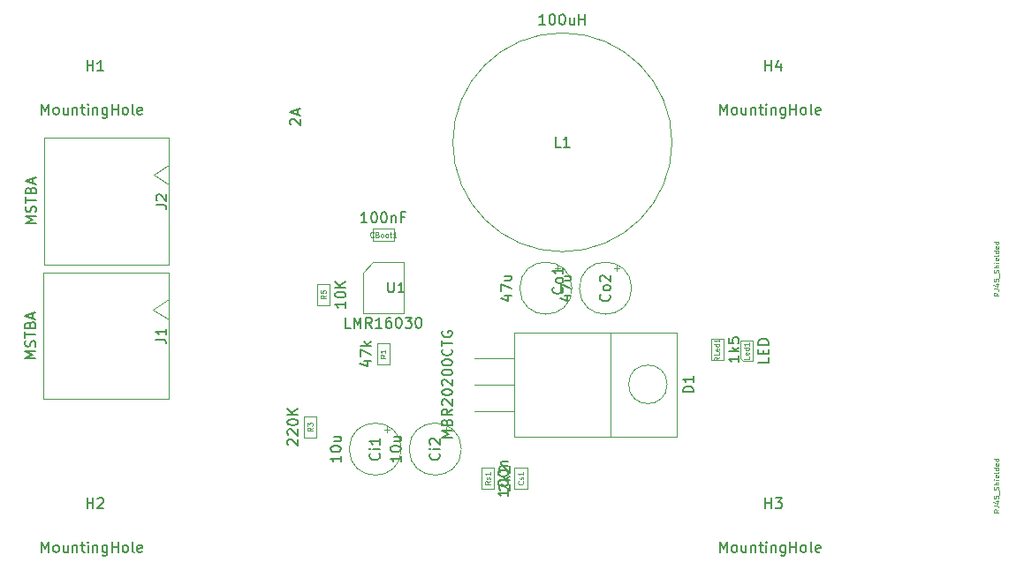
<source format=gbr>
G04 #@! TF.GenerationSoftware,KiCad,Pcbnew,5.1.4-e60b266~84~ubuntu18.04.1*
G04 #@! TF.CreationDate,2019-10-29T18:19:43-03:00*
G04 #@! TF.ProjectId,fonte_18V,666f6e74-655f-4313-9856-2e6b69636164,rev?*
G04 #@! TF.SameCoordinates,Original*
G04 #@! TF.FileFunction,Other,Fab,Top*
%FSLAX46Y46*%
G04 Gerber Fmt 4.6, Leading zero omitted, Abs format (unit mm)*
G04 Created by KiCad (PCBNEW 5.1.4-e60b266~84~ubuntu18.04.1) date 2019-10-29 18:19:43*
%MOMM*%
%LPD*%
G04 APERTURE LIST*
%ADD10C,0.100000*%
%ADD11C,0.150000*%
%ADD12C,0.080000*%
G04 APERTURE END LIST*
D10*
X119970000Y-159815000D02*
X120945000Y-158840000D01*
X119970000Y-163740000D02*
X119970000Y-159815000D01*
X123870000Y-163740000D02*
X119970000Y-163740000D01*
X123870000Y-158840000D02*
X123870000Y-163740000D01*
X120945000Y-158840000D02*
X123870000Y-158840000D01*
X132530000Y-178565000D02*
X132530000Y-180565000D01*
X131330000Y-178565000D02*
X132530000Y-178565000D01*
X131330000Y-180565000D02*
X131330000Y-178565000D01*
X132530000Y-180565000D02*
X131330000Y-180565000D01*
X154510000Y-166210000D02*
X154510000Y-168210000D01*
X153310000Y-166210000D02*
X154510000Y-166210000D01*
X153310000Y-168210000D02*
X153310000Y-166210000D01*
X154510000Y-168210000D02*
X153310000Y-168210000D01*
X116805000Y-160925000D02*
X116805000Y-162925000D01*
X115605000Y-160925000D02*
X116805000Y-160925000D01*
X115605000Y-162925000D02*
X115605000Y-160925000D01*
X116805000Y-162925000D02*
X115605000Y-162925000D01*
X114335000Y-175625000D02*
X114335000Y-173625000D01*
X115535000Y-175625000D02*
X114335000Y-175625000D01*
X115535000Y-173625000D02*
X115535000Y-175625000D01*
X114335000Y-173625000D02*
X115535000Y-173625000D01*
X121320000Y-168640000D02*
X121320000Y-166640000D01*
X122520000Y-168640000D02*
X121320000Y-168640000D01*
X122520000Y-166640000D02*
X122520000Y-168640000D01*
X121320000Y-166640000D02*
X122520000Y-166640000D01*
X157340000Y-166330000D02*
X156140000Y-166330000D01*
X157340000Y-168330000D02*
X157340000Y-166330000D01*
X156440000Y-168330000D02*
X157340000Y-168330000D01*
X156140000Y-168030000D02*
X156440000Y-168330000D01*
X156140000Y-166330000D02*
X156140000Y-168030000D01*
X149590000Y-147320000D02*
G75*
G03X149590000Y-147320000I-10500000J0D01*
G01*
X99900000Y-150450000D02*
X101400000Y-149500000D01*
X101400000Y-151400000D02*
X99900000Y-150450000D01*
X101400000Y-159070000D02*
X101400000Y-146910000D01*
X89400000Y-159070000D02*
X101400000Y-159070000D01*
X89400000Y-146910000D02*
X89400000Y-159070000D01*
X101400000Y-146910000D02*
X89400000Y-146910000D01*
X99855000Y-163355000D02*
X101355000Y-162405000D01*
X101355000Y-164305000D02*
X99855000Y-163355000D01*
X101355000Y-171975000D02*
X101355000Y-159815000D01*
X89355000Y-171975000D02*
X101355000Y-171975000D01*
X89355000Y-159815000D02*
X89355000Y-171975000D01*
X101355000Y-159815000D02*
X89355000Y-159815000D01*
X134505000Y-180565000D02*
X134505000Y-178565000D01*
X135705000Y-180565000D02*
X134505000Y-180565000D01*
X135705000Y-178565000D02*
X135705000Y-180565000D01*
X134505000Y-178565000D02*
X135705000Y-178565000D01*
X144557500Y-159436395D02*
X144057500Y-159436395D01*
X144307500Y-159186395D02*
X144307500Y-159686395D01*
X145720000Y-161320000D02*
G75*
G03X145720000Y-161320000I-2500000J0D01*
G01*
X138842500Y-159436395D02*
X138342500Y-159436395D01*
X138592500Y-159186395D02*
X138592500Y-159686395D01*
X140005000Y-161320000D02*
G75*
G03X140005000Y-161320000I-2500000J0D01*
G01*
X128237500Y-174880395D02*
X127737500Y-174880395D01*
X127987500Y-174630395D02*
X127987500Y-175130395D01*
X129400000Y-176764000D02*
G75*
G03X129400000Y-176764000I-2500000J0D01*
G01*
X122495500Y-174880395D02*
X121995500Y-174880395D01*
X122245500Y-174630395D02*
X122245500Y-175130395D01*
X123658000Y-176764000D02*
G75*
G03X123658000Y-176764000I-2500000J0D01*
G01*
X120920000Y-155610000D02*
X122920000Y-155610000D01*
X120920000Y-156810000D02*
X120920000Y-155610000D01*
X122920000Y-156810000D02*
X120920000Y-156810000D01*
X122920000Y-155610000D02*
X122920000Y-156810000D01*
X134430000Y-173090000D02*
X130620000Y-173090000D01*
X134430000Y-170550000D02*
X130620000Y-170550000D01*
X134430000Y-168010000D02*
X130620000Y-168010000D01*
X134430000Y-175550000D02*
X134430000Y-165550000D01*
X143680000Y-175550000D02*
X134430000Y-175550000D01*
X143680000Y-165550000D02*
X143680000Y-175550000D01*
X134430000Y-165550000D02*
X143680000Y-165550000D01*
X143680000Y-175550000D02*
X143680000Y-165550000D01*
X150080000Y-175550000D02*
X143680000Y-175550000D01*
X150080000Y-165550000D02*
X150080000Y-175550000D01*
X143680000Y-165550000D02*
X150080000Y-165550000D01*
X149130000Y-170550000D02*
G75*
G03X149130000Y-170550000I-1850000J0D01*
G01*
X180908190Y-161742619D02*
X180670095Y-161909285D01*
X180908190Y-162028333D02*
X180408190Y-162028333D01*
X180408190Y-161837857D01*
X180432000Y-161790238D01*
X180455809Y-161766428D01*
X180503428Y-161742619D01*
X180574857Y-161742619D01*
X180622476Y-161766428D01*
X180646285Y-161790238D01*
X180670095Y-161837857D01*
X180670095Y-162028333D01*
X180408190Y-161385476D02*
X180765333Y-161385476D01*
X180836761Y-161409285D01*
X180884380Y-161456904D01*
X180908190Y-161528333D01*
X180908190Y-161575952D01*
X180574857Y-160933095D02*
X180908190Y-160933095D01*
X180384380Y-161052142D02*
X180741523Y-161171190D01*
X180741523Y-160861666D01*
X180408190Y-160433095D02*
X180408190Y-160671190D01*
X180646285Y-160695000D01*
X180622476Y-160671190D01*
X180598666Y-160623571D01*
X180598666Y-160504523D01*
X180622476Y-160456904D01*
X180646285Y-160433095D01*
X180693904Y-160409285D01*
X180812952Y-160409285D01*
X180860571Y-160433095D01*
X180884380Y-160456904D01*
X180908190Y-160504523D01*
X180908190Y-160623571D01*
X180884380Y-160671190D01*
X180860571Y-160695000D01*
X180955809Y-160314047D02*
X180955809Y-159933095D01*
X180884380Y-159837857D02*
X180908190Y-159766428D01*
X180908190Y-159647380D01*
X180884380Y-159599761D01*
X180860571Y-159575952D01*
X180812952Y-159552142D01*
X180765333Y-159552142D01*
X180717714Y-159575952D01*
X180693904Y-159599761D01*
X180670095Y-159647380D01*
X180646285Y-159742619D01*
X180622476Y-159790238D01*
X180598666Y-159814047D01*
X180551047Y-159837857D01*
X180503428Y-159837857D01*
X180455809Y-159814047D01*
X180432000Y-159790238D01*
X180408190Y-159742619D01*
X180408190Y-159623571D01*
X180432000Y-159552142D01*
X180908190Y-159337857D02*
X180408190Y-159337857D01*
X180908190Y-159123571D02*
X180646285Y-159123571D01*
X180598666Y-159147380D01*
X180574857Y-159195000D01*
X180574857Y-159266428D01*
X180598666Y-159314047D01*
X180622476Y-159337857D01*
X180908190Y-158885476D02*
X180574857Y-158885476D01*
X180408190Y-158885476D02*
X180432000Y-158909285D01*
X180455809Y-158885476D01*
X180432000Y-158861666D01*
X180408190Y-158885476D01*
X180455809Y-158885476D01*
X180884380Y-158456904D02*
X180908190Y-158504523D01*
X180908190Y-158599761D01*
X180884380Y-158647380D01*
X180836761Y-158671190D01*
X180646285Y-158671190D01*
X180598666Y-158647380D01*
X180574857Y-158599761D01*
X180574857Y-158504523D01*
X180598666Y-158456904D01*
X180646285Y-158433095D01*
X180693904Y-158433095D01*
X180741523Y-158671190D01*
X180908190Y-158147380D02*
X180884380Y-158195000D01*
X180836761Y-158218809D01*
X180408190Y-158218809D01*
X180908190Y-157742619D02*
X180408190Y-157742619D01*
X180884380Y-157742619D02*
X180908190Y-157790238D01*
X180908190Y-157885476D01*
X180884380Y-157933095D01*
X180860571Y-157956904D01*
X180812952Y-157980714D01*
X180670095Y-157980714D01*
X180622476Y-157956904D01*
X180598666Y-157933095D01*
X180574857Y-157885476D01*
X180574857Y-157790238D01*
X180598666Y-157742619D01*
X180884380Y-157314047D02*
X180908190Y-157361666D01*
X180908190Y-157456904D01*
X180884380Y-157504523D01*
X180836761Y-157528333D01*
X180646285Y-157528333D01*
X180598666Y-157504523D01*
X180574857Y-157456904D01*
X180574857Y-157361666D01*
X180598666Y-157314047D01*
X180646285Y-157290238D01*
X180693904Y-157290238D01*
X180741523Y-157528333D01*
X180908190Y-156861666D02*
X180408190Y-156861666D01*
X180884380Y-156861666D02*
X180908190Y-156909285D01*
X180908190Y-157004523D01*
X180884380Y-157052142D01*
X180860571Y-157075952D01*
X180812952Y-157099761D01*
X180670095Y-157099761D01*
X180622476Y-157075952D01*
X180598666Y-157052142D01*
X180574857Y-157004523D01*
X180574857Y-156909285D01*
X180598666Y-156861666D01*
X180908190Y-182560619D02*
X180670095Y-182727285D01*
X180908190Y-182846333D02*
X180408190Y-182846333D01*
X180408190Y-182655857D01*
X180432000Y-182608238D01*
X180455809Y-182584428D01*
X180503428Y-182560619D01*
X180574857Y-182560619D01*
X180622476Y-182584428D01*
X180646285Y-182608238D01*
X180670095Y-182655857D01*
X180670095Y-182846333D01*
X180408190Y-182203476D02*
X180765333Y-182203476D01*
X180836761Y-182227285D01*
X180884380Y-182274904D01*
X180908190Y-182346333D01*
X180908190Y-182393952D01*
X180574857Y-181751095D02*
X180908190Y-181751095D01*
X180384380Y-181870142D02*
X180741523Y-181989190D01*
X180741523Y-181679666D01*
X180408190Y-181251095D02*
X180408190Y-181489190D01*
X180646285Y-181513000D01*
X180622476Y-181489190D01*
X180598666Y-181441571D01*
X180598666Y-181322523D01*
X180622476Y-181274904D01*
X180646285Y-181251095D01*
X180693904Y-181227285D01*
X180812952Y-181227285D01*
X180860571Y-181251095D01*
X180884380Y-181274904D01*
X180908190Y-181322523D01*
X180908190Y-181441571D01*
X180884380Y-181489190D01*
X180860571Y-181513000D01*
X180955809Y-181132047D02*
X180955809Y-180751095D01*
X180884380Y-180655857D02*
X180908190Y-180584428D01*
X180908190Y-180465380D01*
X180884380Y-180417761D01*
X180860571Y-180393952D01*
X180812952Y-180370142D01*
X180765333Y-180370142D01*
X180717714Y-180393952D01*
X180693904Y-180417761D01*
X180670095Y-180465380D01*
X180646285Y-180560619D01*
X180622476Y-180608238D01*
X180598666Y-180632047D01*
X180551047Y-180655857D01*
X180503428Y-180655857D01*
X180455809Y-180632047D01*
X180432000Y-180608238D01*
X180408190Y-180560619D01*
X180408190Y-180441571D01*
X180432000Y-180370142D01*
X180908190Y-180155857D02*
X180408190Y-180155857D01*
X180908190Y-179941571D02*
X180646285Y-179941571D01*
X180598666Y-179965380D01*
X180574857Y-180013000D01*
X180574857Y-180084428D01*
X180598666Y-180132047D01*
X180622476Y-180155857D01*
X180908190Y-179703476D02*
X180574857Y-179703476D01*
X180408190Y-179703476D02*
X180432000Y-179727285D01*
X180455809Y-179703476D01*
X180432000Y-179679666D01*
X180408190Y-179703476D01*
X180455809Y-179703476D01*
X180884380Y-179274904D02*
X180908190Y-179322523D01*
X180908190Y-179417761D01*
X180884380Y-179465380D01*
X180836761Y-179489190D01*
X180646285Y-179489190D01*
X180598666Y-179465380D01*
X180574857Y-179417761D01*
X180574857Y-179322523D01*
X180598666Y-179274904D01*
X180646285Y-179251095D01*
X180693904Y-179251095D01*
X180741523Y-179489190D01*
X180908190Y-178965380D02*
X180884380Y-179013000D01*
X180836761Y-179036809D01*
X180408190Y-179036809D01*
X180908190Y-178560619D02*
X180408190Y-178560619D01*
X180884380Y-178560619D02*
X180908190Y-178608238D01*
X180908190Y-178703476D01*
X180884380Y-178751095D01*
X180860571Y-178774904D01*
X180812952Y-178798714D01*
X180670095Y-178798714D01*
X180622476Y-178774904D01*
X180598666Y-178751095D01*
X180574857Y-178703476D01*
X180574857Y-178608238D01*
X180598666Y-178560619D01*
X180884380Y-178132047D02*
X180908190Y-178179666D01*
X180908190Y-178274904D01*
X180884380Y-178322523D01*
X180836761Y-178346333D01*
X180646285Y-178346333D01*
X180598666Y-178322523D01*
X180574857Y-178274904D01*
X180574857Y-178179666D01*
X180598666Y-178132047D01*
X180646285Y-178108238D01*
X180693904Y-178108238D01*
X180741523Y-178346333D01*
X180908190Y-177679666D02*
X180408190Y-177679666D01*
X180884380Y-177679666D02*
X180908190Y-177727285D01*
X180908190Y-177822523D01*
X180884380Y-177870142D01*
X180860571Y-177893952D01*
X180812952Y-177917761D01*
X180670095Y-177917761D01*
X180622476Y-177893952D01*
X180598666Y-177870142D01*
X180574857Y-177822523D01*
X180574857Y-177727285D01*
X180598666Y-177679666D01*
D11*
X113077619Y-145646685D02*
X113030000Y-145599066D01*
X112982380Y-145503828D01*
X112982380Y-145265733D01*
X113030000Y-145170495D01*
X113077619Y-145122876D01*
X113172857Y-145075257D01*
X113268095Y-145075257D01*
X113410952Y-145122876D01*
X113982380Y-145694304D01*
X113982380Y-145075257D01*
X113696666Y-144694304D02*
X113696666Y-144218114D01*
X113982380Y-144789542D02*
X112982380Y-144456209D01*
X113982380Y-144122876D01*
X154214285Y-144652380D02*
X154214285Y-143652380D01*
X154547619Y-144366666D01*
X154880952Y-143652380D01*
X154880952Y-144652380D01*
X155500000Y-144652380D02*
X155404761Y-144604761D01*
X155357142Y-144557142D01*
X155309523Y-144461904D01*
X155309523Y-144176190D01*
X155357142Y-144080952D01*
X155404761Y-144033333D01*
X155500000Y-143985714D01*
X155642857Y-143985714D01*
X155738095Y-144033333D01*
X155785714Y-144080952D01*
X155833333Y-144176190D01*
X155833333Y-144461904D01*
X155785714Y-144557142D01*
X155738095Y-144604761D01*
X155642857Y-144652380D01*
X155500000Y-144652380D01*
X156690476Y-143985714D02*
X156690476Y-144652380D01*
X156261904Y-143985714D02*
X156261904Y-144509523D01*
X156309523Y-144604761D01*
X156404761Y-144652380D01*
X156547619Y-144652380D01*
X156642857Y-144604761D01*
X156690476Y-144557142D01*
X157166666Y-143985714D02*
X157166666Y-144652380D01*
X157166666Y-144080952D02*
X157214285Y-144033333D01*
X157309523Y-143985714D01*
X157452380Y-143985714D01*
X157547619Y-144033333D01*
X157595238Y-144128571D01*
X157595238Y-144652380D01*
X157928571Y-143985714D02*
X158309523Y-143985714D01*
X158071428Y-143652380D02*
X158071428Y-144509523D01*
X158119047Y-144604761D01*
X158214285Y-144652380D01*
X158309523Y-144652380D01*
X158642857Y-144652380D02*
X158642857Y-143985714D01*
X158642857Y-143652380D02*
X158595238Y-143700000D01*
X158642857Y-143747619D01*
X158690476Y-143700000D01*
X158642857Y-143652380D01*
X158642857Y-143747619D01*
X159119047Y-143985714D02*
X159119047Y-144652380D01*
X159119047Y-144080952D02*
X159166666Y-144033333D01*
X159261904Y-143985714D01*
X159404761Y-143985714D01*
X159500000Y-144033333D01*
X159547619Y-144128571D01*
X159547619Y-144652380D01*
X160452380Y-143985714D02*
X160452380Y-144795238D01*
X160404761Y-144890476D01*
X160357142Y-144938095D01*
X160261904Y-144985714D01*
X160119047Y-144985714D01*
X160023809Y-144938095D01*
X160452380Y-144604761D02*
X160357142Y-144652380D01*
X160166666Y-144652380D01*
X160071428Y-144604761D01*
X160023809Y-144557142D01*
X159976190Y-144461904D01*
X159976190Y-144176190D01*
X160023809Y-144080952D01*
X160071428Y-144033333D01*
X160166666Y-143985714D01*
X160357142Y-143985714D01*
X160452380Y-144033333D01*
X160928571Y-144652380D02*
X160928571Y-143652380D01*
X160928571Y-144128571D02*
X161500000Y-144128571D01*
X161500000Y-144652380D02*
X161500000Y-143652380D01*
X162119047Y-144652380D02*
X162023809Y-144604761D01*
X161976190Y-144557142D01*
X161928571Y-144461904D01*
X161928571Y-144176190D01*
X161976190Y-144080952D01*
X162023809Y-144033333D01*
X162119047Y-143985714D01*
X162261904Y-143985714D01*
X162357142Y-144033333D01*
X162404761Y-144080952D01*
X162452380Y-144176190D01*
X162452380Y-144461904D01*
X162404761Y-144557142D01*
X162357142Y-144604761D01*
X162261904Y-144652380D01*
X162119047Y-144652380D01*
X163023809Y-144652380D02*
X162928571Y-144604761D01*
X162880952Y-144509523D01*
X162880952Y-143652380D01*
X163785714Y-144604761D02*
X163690476Y-144652380D01*
X163500000Y-144652380D01*
X163404761Y-144604761D01*
X163357142Y-144509523D01*
X163357142Y-144128571D01*
X163404761Y-144033333D01*
X163500000Y-143985714D01*
X163690476Y-143985714D01*
X163785714Y-144033333D01*
X163833333Y-144128571D01*
X163833333Y-144223809D01*
X163357142Y-144319047D01*
X158538095Y-140452380D02*
X158538095Y-139452380D01*
X158538095Y-139928571D02*
X159109523Y-139928571D01*
X159109523Y-140452380D02*
X159109523Y-139452380D01*
X160014285Y-139785714D02*
X160014285Y-140452380D01*
X159776190Y-139404761D02*
X159538095Y-140119047D01*
X160157142Y-140119047D01*
X154214285Y-186652380D02*
X154214285Y-185652380D01*
X154547619Y-186366666D01*
X154880952Y-185652380D01*
X154880952Y-186652380D01*
X155500000Y-186652380D02*
X155404761Y-186604761D01*
X155357142Y-186557142D01*
X155309523Y-186461904D01*
X155309523Y-186176190D01*
X155357142Y-186080952D01*
X155404761Y-186033333D01*
X155500000Y-185985714D01*
X155642857Y-185985714D01*
X155738095Y-186033333D01*
X155785714Y-186080952D01*
X155833333Y-186176190D01*
X155833333Y-186461904D01*
X155785714Y-186557142D01*
X155738095Y-186604761D01*
X155642857Y-186652380D01*
X155500000Y-186652380D01*
X156690476Y-185985714D02*
X156690476Y-186652380D01*
X156261904Y-185985714D02*
X156261904Y-186509523D01*
X156309523Y-186604761D01*
X156404761Y-186652380D01*
X156547619Y-186652380D01*
X156642857Y-186604761D01*
X156690476Y-186557142D01*
X157166666Y-185985714D02*
X157166666Y-186652380D01*
X157166666Y-186080952D02*
X157214285Y-186033333D01*
X157309523Y-185985714D01*
X157452380Y-185985714D01*
X157547619Y-186033333D01*
X157595238Y-186128571D01*
X157595238Y-186652380D01*
X157928571Y-185985714D02*
X158309523Y-185985714D01*
X158071428Y-185652380D02*
X158071428Y-186509523D01*
X158119047Y-186604761D01*
X158214285Y-186652380D01*
X158309523Y-186652380D01*
X158642857Y-186652380D02*
X158642857Y-185985714D01*
X158642857Y-185652380D02*
X158595238Y-185700000D01*
X158642857Y-185747619D01*
X158690476Y-185700000D01*
X158642857Y-185652380D01*
X158642857Y-185747619D01*
X159119047Y-185985714D02*
X159119047Y-186652380D01*
X159119047Y-186080952D02*
X159166666Y-186033333D01*
X159261904Y-185985714D01*
X159404761Y-185985714D01*
X159500000Y-186033333D01*
X159547619Y-186128571D01*
X159547619Y-186652380D01*
X160452380Y-185985714D02*
X160452380Y-186795238D01*
X160404761Y-186890476D01*
X160357142Y-186938095D01*
X160261904Y-186985714D01*
X160119047Y-186985714D01*
X160023809Y-186938095D01*
X160452380Y-186604761D02*
X160357142Y-186652380D01*
X160166666Y-186652380D01*
X160071428Y-186604761D01*
X160023809Y-186557142D01*
X159976190Y-186461904D01*
X159976190Y-186176190D01*
X160023809Y-186080952D01*
X160071428Y-186033333D01*
X160166666Y-185985714D01*
X160357142Y-185985714D01*
X160452380Y-186033333D01*
X160928571Y-186652380D02*
X160928571Y-185652380D01*
X160928571Y-186128571D02*
X161500000Y-186128571D01*
X161500000Y-186652380D02*
X161500000Y-185652380D01*
X162119047Y-186652380D02*
X162023809Y-186604761D01*
X161976190Y-186557142D01*
X161928571Y-186461904D01*
X161928571Y-186176190D01*
X161976190Y-186080952D01*
X162023809Y-186033333D01*
X162119047Y-185985714D01*
X162261904Y-185985714D01*
X162357142Y-186033333D01*
X162404761Y-186080952D01*
X162452380Y-186176190D01*
X162452380Y-186461904D01*
X162404761Y-186557142D01*
X162357142Y-186604761D01*
X162261904Y-186652380D01*
X162119047Y-186652380D01*
X163023809Y-186652380D02*
X162928571Y-186604761D01*
X162880952Y-186509523D01*
X162880952Y-185652380D01*
X163785714Y-186604761D02*
X163690476Y-186652380D01*
X163500000Y-186652380D01*
X163404761Y-186604761D01*
X163357142Y-186509523D01*
X163357142Y-186128571D01*
X163404761Y-186033333D01*
X163500000Y-185985714D01*
X163690476Y-185985714D01*
X163785714Y-186033333D01*
X163833333Y-186128571D01*
X163833333Y-186223809D01*
X163357142Y-186319047D01*
X158538095Y-182452380D02*
X158538095Y-181452380D01*
X158538095Y-181928571D02*
X159109523Y-181928571D01*
X159109523Y-182452380D02*
X159109523Y-181452380D01*
X159490476Y-181452380D02*
X160109523Y-181452380D01*
X159776190Y-181833333D01*
X159919047Y-181833333D01*
X160014285Y-181880952D01*
X160061904Y-181928571D01*
X160109523Y-182023809D01*
X160109523Y-182261904D01*
X160061904Y-182357142D01*
X160014285Y-182404761D01*
X159919047Y-182452380D01*
X159633333Y-182452380D01*
X159538095Y-182404761D01*
X159490476Y-182357142D01*
X89214285Y-186652380D02*
X89214285Y-185652380D01*
X89547619Y-186366666D01*
X89880952Y-185652380D01*
X89880952Y-186652380D01*
X90500000Y-186652380D02*
X90404761Y-186604761D01*
X90357142Y-186557142D01*
X90309523Y-186461904D01*
X90309523Y-186176190D01*
X90357142Y-186080952D01*
X90404761Y-186033333D01*
X90500000Y-185985714D01*
X90642857Y-185985714D01*
X90738095Y-186033333D01*
X90785714Y-186080952D01*
X90833333Y-186176190D01*
X90833333Y-186461904D01*
X90785714Y-186557142D01*
X90738095Y-186604761D01*
X90642857Y-186652380D01*
X90500000Y-186652380D01*
X91690476Y-185985714D02*
X91690476Y-186652380D01*
X91261904Y-185985714D02*
X91261904Y-186509523D01*
X91309523Y-186604761D01*
X91404761Y-186652380D01*
X91547619Y-186652380D01*
X91642857Y-186604761D01*
X91690476Y-186557142D01*
X92166666Y-185985714D02*
X92166666Y-186652380D01*
X92166666Y-186080952D02*
X92214285Y-186033333D01*
X92309523Y-185985714D01*
X92452380Y-185985714D01*
X92547619Y-186033333D01*
X92595238Y-186128571D01*
X92595238Y-186652380D01*
X92928571Y-185985714D02*
X93309523Y-185985714D01*
X93071428Y-185652380D02*
X93071428Y-186509523D01*
X93119047Y-186604761D01*
X93214285Y-186652380D01*
X93309523Y-186652380D01*
X93642857Y-186652380D02*
X93642857Y-185985714D01*
X93642857Y-185652380D02*
X93595238Y-185700000D01*
X93642857Y-185747619D01*
X93690476Y-185700000D01*
X93642857Y-185652380D01*
X93642857Y-185747619D01*
X94119047Y-185985714D02*
X94119047Y-186652380D01*
X94119047Y-186080952D02*
X94166666Y-186033333D01*
X94261904Y-185985714D01*
X94404761Y-185985714D01*
X94500000Y-186033333D01*
X94547619Y-186128571D01*
X94547619Y-186652380D01*
X95452380Y-185985714D02*
X95452380Y-186795238D01*
X95404761Y-186890476D01*
X95357142Y-186938095D01*
X95261904Y-186985714D01*
X95119047Y-186985714D01*
X95023809Y-186938095D01*
X95452380Y-186604761D02*
X95357142Y-186652380D01*
X95166666Y-186652380D01*
X95071428Y-186604761D01*
X95023809Y-186557142D01*
X94976190Y-186461904D01*
X94976190Y-186176190D01*
X95023809Y-186080952D01*
X95071428Y-186033333D01*
X95166666Y-185985714D01*
X95357142Y-185985714D01*
X95452380Y-186033333D01*
X95928571Y-186652380D02*
X95928571Y-185652380D01*
X95928571Y-186128571D02*
X96500000Y-186128571D01*
X96500000Y-186652380D02*
X96500000Y-185652380D01*
X97119047Y-186652380D02*
X97023809Y-186604761D01*
X96976190Y-186557142D01*
X96928571Y-186461904D01*
X96928571Y-186176190D01*
X96976190Y-186080952D01*
X97023809Y-186033333D01*
X97119047Y-185985714D01*
X97261904Y-185985714D01*
X97357142Y-186033333D01*
X97404761Y-186080952D01*
X97452380Y-186176190D01*
X97452380Y-186461904D01*
X97404761Y-186557142D01*
X97357142Y-186604761D01*
X97261904Y-186652380D01*
X97119047Y-186652380D01*
X98023809Y-186652380D02*
X97928571Y-186604761D01*
X97880952Y-186509523D01*
X97880952Y-185652380D01*
X98785714Y-186604761D02*
X98690476Y-186652380D01*
X98500000Y-186652380D01*
X98404761Y-186604761D01*
X98357142Y-186509523D01*
X98357142Y-186128571D01*
X98404761Y-186033333D01*
X98500000Y-185985714D01*
X98690476Y-185985714D01*
X98785714Y-186033333D01*
X98833333Y-186128571D01*
X98833333Y-186223809D01*
X98357142Y-186319047D01*
X93538095Y-182452380D02*
X93538095Y-181452380D01*
X93538095Y-181928571D02*
X94109523Y-181928571D01*
X94109523Y-182452380D02*
X94109523Y-181452380D01*
X94538095Y-181547619D02*
X94585714Y-181500000D01*
X94680952Y-181452380D01*
X94919047Y-181452380D01*
X95014285Y-181500000D01*
X95061904Y-181547619D01*
X95109523Y-181642857D01*
X95109523Y-181738095D01*
X95061904Y-181880952D01*
X94490476Y-182452380D01*
X95109523Y-182452380D01*
X89214285Y-144652380D02*
X89214285Y-143652380D01*
X89547619Y-144366666D01*
X89880952Y-143652380D01*
X89880952Y-144652380D01*
X90500000Y-144652380D02*
X90404761Y-144604761D01*
X90357142Y-144557142D01*
X90309523Y-144461904D01*
X90309523Y-144176190D01*
X90357142Y-144080952D01*
X90404761Y-144033333D01*
X90500000Y-143985714D01*
X90642857Y-143985714D01*
X90738095Y-144033333D01*
X90785714Y-144080952D01*
X90833333Y-144176190D01*
X90833333Y-144461904D01*
X90785714Y-144557142D01*
X90738095Y-144604761D01*
X90642857Y-144652380D01*
X90500000Y-144652380D01*
X91690476Y-143985714D02*
X91690476Y-144652380D01*
X91261904Y-143985714D02*
X91261904Y-144509523D01*
X91309523Y-144604761D01*
X91404761Y-144652380D01*
X91547619Y-144652380D01*
X91642857Y-144604761D01*
X91690476Y-144557142D01*
X92166666Y-143985714D02*
X92166666Y-144652380D01*
X92166666Y-144080952D02*
X92214285Y-144033333D01*
X92309523Y-143985714D01*
X92452380Y-143985714D01*
X92547619Y-144033333D01*
X92595238Y-144128571D01*
X92595238Y-144652380D01*
X92928571Y-143985714D02*
X93309523Y-143985714D01*
X93071428Y-143652380D02*
X93071428Y-144509523D01*
X93119047Y-144604761D01*
X93214285Y-144652380D01*
X93309523Y-144652380D01*
X93642857Y-144652380D02*
X93642857Y-143985714D01*
X93642857Y-143652380D02*
X93595238Y-143700000D01*
X93642857Y-143747619D01*
X93690476Y-143700000D01*
X93642857Y-143652380D01*
X93642857Y-143747619D01*
X94119047Y-143985714D02*
X94119047Y-144652380D01*
X94119047Y-144080952D02*
X94166666Y-144033333D01*
X94261904Y-143985714D01*
X94404761Y-143985714D01*
X94500000Y-144033333D01*
X94547619Y-144128571D01*
X94547619Y-144652380D01*
X95452380Y-143985714D02*
X95452380Y-144795238D01*
X95404761Y-144890476D01*
X95357142Y-144938095D01*
X95261904Y-144985714D01*
X95119047Y-144985714D01*
X95023809Y-144938095D01*
X95452380Y-144604761D02*
X95357142Y-144652380D01*
X95166666Y-144652380D01*
X95071428Y-144604761D01*
X95023809Y-144557142D01*
X94976190Y-144461904D01*
X94976190Y-144176190D01*
X95023809Y-144080952D01*
X95071428Y-144033333D01*
X95166666Y-143985714D01*
X95357142Y-143985714D01*
X95452380Y-144033333D01*
X95928571Y-144652380D02*
X95928571Y-143652380D01*
X95928571Y-144128571D02*
X96500000Y-144128571D01*
X96500000Y-144652380D02*
X96500000Y-143652380D01*
X97119047Y-144652380D02*
X97023809Y-144604761D01*
X96976190Y-144557142D01*
X96928571Y-144461904D01*
X96928571Y-144176190D01*
X96976190Y-144080952D01*
X97023809Y-144033333D01*
X97119047Y-143985714D01*
X97261904Y-143985714D01*
X97357142Y-144033333D01*
X97404761Y-144080952D01*
X97452380Y-144176190D01*
X97452380Y-144461904D01*
X97404761Y-144557142D01*
X97357142Y-144604761D01*
X97261904Y-144652380D01*
X97119047Y-144652380D01*
X98023809Y-144652380D02*
X97928571Y-144604761D01*
X97880952Y-144509523D01*
X97880952Y-143652380D01*
X98785714Y-144604761D02*
X98690476Y-144652380D01*
X98500000Y-144652380D01*
X98404761Y-144604761D01*
X98357142Y-144509523D01*
X98357142Y-144128571D01*
X98404761Y-144033333D01*
X98500000Y-143985714D01*
X98690476Y-143985714D01*
X98785714Y-144033333D01*
X98833333Y-144128571D01*
X98833333Y-144223809D01*
X98357142Y-144319047D01*
X93538095Y-140452380D02*
X93538095Y-139452380D01*
X93538095Y-139928571D02*
X94109523Y-139928571D01*
X94109523Y-140452380D02*
X94109523Y-139452380D01*
X95109523Y-140452380D02*
X94538095Y-140452380D01*
X94823809Y-140452380D02*
X94823809Y-139452380D01*
X94728571Y-139595238D01*
X94633333Y-139690476D01*
X94538095Y-139738095D01*
X118777142Y-165142380D02*
X118300952Y-165142380D01*
X118300952Y-164142380D01*
X119110476Y-165142380D02*
X119110476Y-164142380D01*
X119443809Y-164856666D01*
X119777142Y-164142380D01*
X119777142Y-165142380D01*
X120824761Y-165142380D02*
X120491428Y-164666190D01*
X120253333Y-165142380D02*
X120253333Y-164142380D01*
X120634285Y-164142380D01*
X120729523Y-164190000D01*
X120777142Y-164237619D01*
X120824761Y-164332857D01*
X120824761Y-164475714D01*
X120777142Y-164570952D01*
X120729523Y-164618571D01*
X120634285Y-164666190D01*
X120253333Y-164666190D01*
X121777142Y-165142380D02*
X121205714Y-165142380D01*
X121491428Y-165142380D02*
X121491428Y-164142380D01*
X121396190Y-164285238D01*
X121300952Y-164380476D01*
X121205714Y-164428095D01*
X122634285Y-164142380D02*
X122443809Y-164142380D01*
X122348571Y-164190000D01*
X122300952Y-164237619D01*
X122205714Y-164380476D01*
X122158095Y-164570952D01*
X122158095Y-164951904D01*
X122205714Y-165047142D01*
X122253333Y-165094761D01*
X122348571Y-165142380D01*
X122539047Y-165142380D01*
X122634285Y-165094761D01*
X122681904Y-165047142D01*
X122729523Y-164951904D01*
X122729523Y-164713809D01*
X122681904Y-164618571D01*
X122634285Y-164570952D01*
X122539047Y-164523333D01*
X122348571Y-164523333D01*
X122253333Y-164570952D01*
X122205714Y-164618571D01*
X122158095Y-164713809D01*
X123348571Y-164142380D02*
X123443809Y-164142380D01*
X123539047Y-164190000D01*
X123586666Y-164237619D01*
X123634285Y-164332857D01*
X123681904Y-164523333D01*
X123681904Y-164761428D01*
X123634285Y-164951904D01*
X123586666Y-165047142D01*
X123539047Y-165094761D01*
X123443809Y-165142380D01*
X123348571Y-165142380D01*
X123253333Y-165094761D01*
X123205714Y-165047142D01*
X123158095Y-164951904D01*
X123110476Y-164761428D01*
X123110476Y-164523333D01*
X123158095Y-164332857D01*
X123205714Y-164237619D01*
X123253333Y-164190000D01*
X123348571Y-164142380D01*
X124015238Y-164142380D02*
X124634285Y-164142380D01*
X124300952Y-164523333D01*
X124443809Y-164523333D01*
X124539047Y-164570952D01*
X124586666Y-164618571D01*
X124634285Y-164713809D01*
X124634285Y-164951904D01*
X124586666Y-165047142D01*
X124539047Y-165094761D01*
X124443809Y-165142380D01*
X124158095Y-165142380D01*
X124062857Y-165094761D01*
X124015238Y-165047142D01*
X125253333Y-164142380D02*
X125348571Y-164142380D01*
X125443809Y-164190000D01*
X125491428Y-164237619D01*
X125539047Y-164332857D01*
X125586666Y-164523333D01*
X125586666Y-164761428D01*
X125539047Y-164951904D01*
X125491428Y-165047142D01*
X125443809Y-165094761D01*
X125348571Y-165142380D01*
X125253333Y-165142380D01*
X125158095Y-165094761D01*
X125110476Y-165047142D01*
X125062857Y-164951904D01*
X125015238Y-164761428D01*
X125015238Y-164523333D01*
X125062857Y-164332857D01*
X125110476Y-164237619D01*
X125158095Y-164190000D01*
X125253333Y-164142380D01*
X122383333Y-160753333D02*
X122383333Y-161546666D01*
X122430000Y-161640000D01*
X122476666Y-161686666D01*
X122570000Y-161733333D01*
X122756666Y-161733333D01*
X122850000Y-161686666D01*
X122896666Y-161640000D01*
X122943333Y-161546666D01*
X122943333Y-160753333D01*
X123923333Y-161733333D02*
X123363333Y-161733333D01*
X123643333Y-161733333D02*
X123643333Y-160753333D01*
X123550000Y-160893333D01*
X123456666Y-160986666D01*
X123363333Y-161033333D01*
X133127619Y-180731666D02*
X133080000Y-180684047D01*
X133032380Y-180588809D01*
X133032380Y-180350714D01*
X133080000Y-180255476D01*
X133127619Y-180207857D01*
X133222857Y-180160238D01*
X133318095Y-180160238D01*
X133460952Y-180207857D01*
X134032380Y-180779285D01*
X134032380Y-180160238D01*
X134032380Y-179731666D02*
X133032380Y-179731666D01*
X133651428Y-179636428D02*
X134032380Y-179350714D01*
X133365714Y-179350714D02*
X133746666Y-179731666D01*
X133127619Y-178969761D02*
X133080000Y-178922142D01*
X133032380Y-178826904D01*
X133032380Y-178588809D01*
X133080000Y-178493571D01*
X133127619Y-178445952D01*
X133222857Y-178398333D01*
X133318095Y-178398333D01*
X133460952Y-178445952D01*
X134032380Y-179017380D01*
X134032380Y-178398333D01*
D12*
X132156190Y-179850714D02*
X131918095Y-180017380D01*
X132156190Y-180136428D02*
X131656190Y-180136428D01*
X131656190Y-179945952D01*
X131680000Y-179898333D01*
X131703809Y-179874523D01*
X131751428Y-179850714D01*
X131822857Y-179850714D01*
X131870476Y-179874523D01*
X131894285Y-179898333D01*
X131918095Y-179945952D01*
X131918095Y-180136428D01*
X132132380Y-179660238D02*
X132156190Y-179612619D01*
X132156190Y-179517380D01*
X132132380Y-179469761D01*
X132084761Y-179445952D01*
X132060952Y-179445952D01*
X132013333Y-179469761D01*
X131989523Y-179517380D01*
X131989523Y-179588809D01*
X131965714Y-179636428D01*
X131918095Y-179660238D01*
X131894285Y-179660238D01*
X131846666Y-179636428D01*
X131822857Y-179588809D01*
X131822857Y-179517380D01*
X131846666Y-179469761D01*
X132156190Y-178969761D02*
X132156190Y-179255476D01*
X132156190Y-179112619D02*
X131656190Y-179112619D01*
X131727619Y-179160238D01*
X131775238Y-179207857D01*
X131799047Y-179255476D01*
D11*
X156012380Y-167805238D02*
X156012380Y-168376666D01*
X156012380Y-168090952D02*
X155012380Y-168090952D01*
X155155238Y-168186190D01*
X155250476Y-168281428D01*
X155298095Y-168376666D01*
X156012380Y-167376666D02*
X155012380Y-167376666D01*
X155631428Y-167281428D02*
X156012380Y-166995714D01*
X155345714Y-166995714D02*
X155726666Y-167376666D01*
X155012380Y-166090952D02*
X155012380Y-166567142D01*
X155488571Y-166614761D01*
X155440952Y-166567142D01*
X155393333Y-166471904D01*
X155393333Y-166233809D01*
X155440952Y-166138571D01*
X155488571Y-166090952D01*
X155583809Y-166043333D01*
X155821904Y-166043333D01*
X155917142Y-166090952D01*
X155964761Y-166138571D01*
X156012380Y-166233809D01*
X156012380Y-166471904D01*
X155964761Y-166567142D01*
X155917142Y-166614761D01*
D12*
X154136190Y-167936190D02*
X153898095Y-168102857D01*
X154136190Y-168221904D02*
X153636190Y-168221904D01*
X153636190Y-168031428D01*
X153660000Y-167983809D01*
X153683809Y-167960000D01*
X153731428Y-167936190D01*
X153802857Y-167936190D01*
X153850476Y-167960000D01*
X153874285Y-167983809D01*
X153898095Y-168031428D01*
X153898095Y-168221904D01*
X154136190Y-167483809D02*
X154136190Y-167721904D01*
X153636190Y-167721904D01*
X154112380Y-167126666D02*
X154136190Y-167174285D01*
X154136190Y-167269523D01*
X154112380Y-167317142D01*
X154064761Y-167340952D01*
X153874285Y-167340952D01*
X153826666Y-167317142D01*
X153802857Y-167269523D01*
X153802857Y-167174285D01*
X153826666Y-167126666D01*
X153874285Y-167102857D01*
X153921904Y-167102857D01*
X153969523Y-167340952D01*
X154136190Y-166674285D02*
X153636190Y-166674285D01*
X154112380Y-166674285D02*
X154136190Y-166721904D01*
X154136190Y-166817142D01*
X154112380Y-166864761D01*
X154088571Y-166888571D01*
X154040952Y-166912380D01*
X153898095Y-166912380D01*
X153850476Y-166888571D01*
X153826666Y-166864761D01*
X153802857Y-166817142D01*
X153802857Y-166721904D01*
X153826666Y-166674285D01*
X154136190Y-166174285D02*
X154136190Y-166460000D01*
X154136190Y-166317142D02*
X153636190Y-166317142D01*
X153707619Y-166364761D01*
X153755238Y-166412380D01*
X153779047Y-166460000D01*
D11*
X118307380Y-162615476D02*
X118307380Y-163186904D01*
X118307380Y-162901190D02*
X117307380Y-162901190D01*
X117450238Y-162996428D01*
X117545476Y-163091666D01*
X117593095Y-163186904D01*
X117307380Y-161996428D02*
X117307380Y-161901190D01*
X117355000Y-161805952D01*
X117402619Y-161758333D01*
X117497857Y-161710714D01*
X117688333Y-161663095D01*
X117926428Y-161663095D01*
X118116904Y-161710714D01*
X118212142Y-161758333D01*
X118259761Y-161805952D01*
X118307380Y-161901190D01*
X118307380Y-161996428D01*
X118259761Y-162091666D01*
X118212142Y-162139285D01*
X118116904Y-162186904D01*
X117926428Y-162234523D01*
X117688333Y-162234523D01*
X117497857Y-162186904D01*
X117402619Y-162139285D01*
X117355000Y-162091666D01*
X117307380Y-161996428D01*
X118307380Y-161234523D02*
X117307380Y-161234523D01*
X118307380Y-160663095D02*
X117735952Y-161091666D01*
X117307380Y-160663095D02*
X117878809Y-161234523D01*
D12*
X116431190Y-162008333D02*
X116193095Y-162175000D01*
X116431190Y-162294047D02*
X115931190Y-162294047D01*
X115931190Y-162103571D01*
X115955000Y-162055952D01*
X115978809Y-162032142D01*
X116026428Y-162008333D01*
X116097857Y-162008333D01*
X116145476Y-162032142D01*
X116169285Y-162055952D01*
X116193095Y-162103571D01*
X116193095Y-162294047D01*
X115931190Y-161555952D02*
X115931190Y-161794047D01*
X116169285Y-161817857D01*
X116145476Y-161794047D01*
X116121666Y-161746428D01*
X116121666Y-161627380D01*
X116145476Y-161579761D01*
X116169285Y-161555952D01*
X116216904Y-161532142D01*
X116335952Y-161532142D01*
X116383571Y-161555952D01*
X116407380Y-161579761D01*
X116431190Y-161627380D01*
X116431190Y-161746428D01*
X116407380Y-161794047D01*
X116383571Y-161817857D01*
D11*
X112832619Y-176363095D02*
X112785000Y-176315476D01*
X112737380Y-176220238D01*
X112737380Y-175982142D01*
X112785000Y-175886904D01*
X112832619Y-175839285D01*
X112927857Y-175791666D01*
X113023095Y-175791666D01*
X113165952Y-175839285D01*
X113737380Y-176410714D01*
X113737380Y-175791666D01*
X112832619Y-175410714D02*
X112785000Y-175363095D01*
X112737380Y-175267857D01*
X112737380Y-175029761D01*
X112785000Y-174934523D01*
X112832619Y-174886904D01*
X112927857Y-174839285D01*
X113023095Y-174839285D01*
X113165952Y-174886904D01*
X113737380Y-175458333D01*
X113737380Y-174839285D01*
X112737380Y-174220238D02*
X112737380Y-174125000D01*
X112785000Y-174029761D01*
X112832619Y-173982142D01*
X112927857Y-173934523D01*
X113118333Y-173886904D01*
X113356428Y-173886904D01*
X113546904Y-173934523D01*
X113642142Y-173982142D01*
X113689761Y-174029761D01*
X113737380Y-174125000D01*
X113737380Y-174220238D01*
X113689761Y-174315476D01*
X113642142Y-174363095D01*
X113546904Y-174410714D01*
X113356428Y-174458333D01*
X113118333Y-174458333D01*
X112927857Y-174410714D01*
X112832619Y-174363095D01*
X112785000Y-174315476D01*
X112737380Y-174220238D01*
X113737380Y-173458333D02*
X112737380Y-173458333D01*
X113737380Y-172886904D02*
X113165952Y-173315476D01*
X112737380Y-172886904D02*
X113308809Y-173458333D01*
D12*
X115161190Y-174708333D02*
X114923095Y-174875000D01*
X115161190Y-174994047D02*
X114661190Y-174994047D01*
X114661190Y-174803571D01*
X114685000Y-174755952D01*
X114708809Y-174732142D01*
X114756428Y-174708333D01*
X114827857Y-174708333D01*
X114875476Y-174732142D01*
X114899285Y-174755952D01*
X114923095Y-174803571D01*
X114923095Y-174994047D01*
X114661190Y-174541666D02*
X114661190Y-174232142D01*
X114851666Y-174398809D01*
X114851666Y-174327380D01*
X114875476Y-174279761D01*
X114899285Y-174255952D01*
X114946904Y-174232142D01*
X115065952Y-174232142D01*
X115113571Y-174255952D01*
X115137380Y-174279761D01*
X115161190Y-174327380D01*
X115161190Y-174470238D01*
X115137380Y-174517857D01*
X115113571Y-174541666D01*
D11*
X120055714Y-168330476D02*
X120722380Y-168330476D01*
X119674761Y-168568571D02*
X120389047Y-168806666D01*
X120389047Y-168187619D01*
X119722380Y-167901904D02*
X119722380Y-167235238D01*
X120722380Y-167663809D01*
X120722380Y-166854285D02*
X119722380Y-166854285D01*
X120341428Y-166759047D02*
X120722380Y-166473333D01*
X120055714Y-166473333D02*
X120436666Y-166854285D01*
D12*
X122146190Y-167723333D02*
X121908095Y-167890000D01*
X122146190Y-168009047D02*
X121646190Y-168009047D01*
X121646190Y-167818571D01*
X121670000Y-167770952D01*
X121693809Y-167747142D01*
X121741428Y-167723333D01*
X121812857Y-167723333D01*
X121860476Y-167747142D01*
X121884285Y-167770952D01*
X121908095Y-167818571D01*
X121908095Y-168009047D01*
X122146190Y-167247142D02*
X122146190Y-167532857D01*
X122146190Y-167390000D02*
X121646190Y-167390000D01*
X121717619Y-167437619D01*
X121765238Y-167485238D01*
X121789047Y-167532857D01*
D11*
X158842380Y-167972857D02*
X158842380Y-168449047D01*
X157842380Y-168449047D01*
X158318571Y-167639523D02*
X158318571Y-167306190D01*
X158842380Y-167163333D02*
X158842380Y-167639523D01*
X157842380Y-167639523D01*
X157842380Y-167163333D01*
X158842380Y-166734761D02*
X157842380Y-166734761D01*
X157842380Y-166496666D01*
X157890000Y-166353809D01*
X157985238Y-166258571D01*
X158080476Y-166210952D01*
X158270952Y-166163333D01*
X158413809Y-166163333D01*
X158604285Y-166210952D01*
X158699523Y-166258571D01*
X158794761Y-166353809D01*
X158842380Y-166496666D01*
X158842380Y-166734761D01*
D12*
X156966190Y-167853809D02*
X156966190Y-168091904D01*
X156466190Y-168091904D01*
X156942380Y-167496666D02*
X156966190Y-167544285D01*
X156966190Y-167639523D01*
X156942380Y-167687142D01*
X156894761Y-167710952D01*
X156704285Y-167710952D01*
X156656666Y-167687142D01*
X156632857Y-167639523D01*
X156632857Y-167544285D01*
X156656666Y-167496666D01*
X156704285Y-167472857D01*
X156751904Y-167472857D01*
X156799523Y-167710952D01*
X156966190Y-167044285D02*
X156466190Y-167044285D01*
X156942380Y-167044285D02*
X156966190Y-167091904D01*
X156966190Y-167187142D01*
X156942380Y-167234761D01*
X156918571Y-167258571D01*
X156870952Y-167282380D01*
X156728095Y-167282380D01*
X156680476Y-167258571D01*
X156656666Y-167234761D01*
X156632857Y-167187142D01*
X156632857Y-167091904D01*
X156656666Y-167044285D01*
X156966190Y-166544285D02*
X156966190Y-166830000D01*
X156966190Y-166687142D02*
X156466190Y-166687142D01*
X156537619Y-166734761D01*
X156585238Y-166782380D01*
X156609047Y-166830000D01*
D11*
X137447142Y-136022380D02*
X136875714Y-136022380D01*
X137161428Y-136022380D02*
X137161428Y-135022380D01*
X137066190Y-135165238D01*
X136970952Y-135260476D01*
X136875714Y-135308095D01*
X138066190Y-135022380D02*
X138161428Y-135022380D01*
X138256666Y-135070000D01*
X138304285Y-135117619D01*
X138351904Y-135212857D01*
X138399523Y-135403333D01*
X138399523Y-135641428D01*
X138351904Y-135831904D01*
X138304285Y-135927142D01*
X138256666Y-135974761D01*
X138161428Y-136022380D01*
X138066190Y-136022380D01*
X137970952Y-135974761D01*
X137923333Y-135927142D01*
X137875714Y-135831904D01*
X137828095Y-135641428D01*
X137828095Y-135403333D01*
X137875714Y-135212857D01*
X137923333Y-135117619D01*
X137970952Y-135070000D01*
X138066190Y-135022380D01*
X139018571Y-135022380D02*
X139113809Y-135022380D01*
X139209047Y-135070000D01*
X139256666Y-135117619D01*
X139304285Y-135212857D01*
X139351904Y-135403333D01*
X139351904Y-135641428D01*
X139304285Y-135831904D01*
X139256666Y-135927142D01*
X139209047Y-135974761D01*
X139113809Y-136022380D01*
X139018571Y-136022380D01*
X138923333Y-135974761D01*
X138875714Y-135927142D01*
X138828095Y-135831904D01*
X138780476Y-135641428D01*
X138780476Y-135403333D01*
X138828095Y-135212857D01*
X138875714Y-135117619D01*
X138923333Y-135070000D01*
X139018571Y-135022380D01*
X140209047Y-135355714D02*
X140209047Y-136022380D01*
X139780476Y-135355714D02*
X139780476Y-135879523D01*
X139828095Y-135974761D01*
X139923333Y-136022380D01*
X140066190Y-136022380D01*
X140161428Y-135974761D01*
X140209047Y-135927142D01*
X140685238Y-136022380D02*
X140685238Y-135022380D01*
X140685238Y-135498571D02*
X141256666Y-135498571D01*
X141256666Y-136022380D02*
X141256666Y-135022380D01*
X138923333Y-147772380D02*
X138447142Y-147772380D01*
X138447142Y-146772380D01*
X139780476Y-147772380D02*
X139209047Y-147772380D01*
X139494761Y-147772380D02*
X139494761Y-146772380D01*
X139399523Y-146915238D01*
X139304285Y-147010476D01*
X139209047Y-147058095D01*
X88652380Y-155109047D02*
X87652380Y-155109047D01*
X88366666Y-154775714D01*
X87652380Y-154442380D01*
X88652380Y-154442380D01*
X88604761Y-154013809D02*
X88652380Y-153870952D01*
X88652380Y-153632857D01*
X88604761Y-153537619D01*
X88557142Y-153490000D01*
X88461904Y-153442380D01*
X88366666Y-153442380D01*
X88271428Y-153490000D01*
X88223809Y-153537619D01*
X88176190Y-153632857D01*
X88128571Y-153823333D01*
X88080952Y-153918571D01*
X88033333Y-153966190D01*
X87938095Y-154013809D01*
X87842857Y-154013809D01*
X87747619Y-153966190D01*
X87700000Y-153918571D01*
X87652380Y-153823333D01*
X87652380Y-153585238D01*
X87700000Y-153442380D01*
X87652380Y-153156666D02*
X87652380Y-152585238D01*
X88652380Y-152870952D02*
X87652380Y-152870952D01*
X88128571Y-151918571D02*
X88176190Y-151775714D01*
X88223809Y-151728095D01*
X88319047Y-151680476D01*
X88461904Y-151680476D01*
X88557142Y-151728095D01*
X88604761Y-151775714D01*
X88652380Y-151870952D01*
X88652380Y-152251904D01*
X87652380Y-152251904D01*
X87652380Y-151918571D01*
X87700000Y-151823333D01*
X87747619Y-151775714D01*
X87842857Y-151728095D01*
X87938095Y-151728095D01*
X88033333Y-151775714D01*
X88080952Y-151823333D01*
X88128571Y-151918571D01*
X88128571Y-152251904D01*
X88366666Y-151299523D02*
X88366666Y-150823333D01*
X88652380Y-151394761D02*
X87652380Y-151061428D01*
X88652380Y-150728095D01*
X100152380Y-153323333D02*
X100866666Y-153323333D01*
X101009523Y-153370952D01*
X101104761Y-153466190D01*
X101152380Y-153609047D01*
X101152380Y-153704285D01*
X100247619Y-152894761D02*
X100200000Y-152847142D01*
X100152380Y-152751904D01*
X100152380Y-152513809D01*
X100200000Y-152418571D01*
X100247619Y-152370952D01*
X100342857Y-152323333D01*
X100438095Y-152323333D01*
X100580952Y-152370952D01*
X101152380Y-152942380D01*
X101152380Y-152323333D01*
X88607380Y-168014047D02*
X87607380Y-168014047D01*
X88321666Y-167680714D01*
X87607380Y-167347380D01*
X88607380Y-167347380D01*
X88559761Y-166918809D02*
X88607380Y-166775952D01*
X88607380Y-166537857D01*
X88559761Y-166442619D01*
X88512142Y-166395000D01*
X88416904Y-166347380D01*
X88321666Y-166347380D01*
X88226428Y-166395000D01*
X88178809Y-166442619D01*
X88131190Y-166537857D01*
X88083571Y-166728333D01*
X88035952Y-166823571D01*
X87988333Y-166871190D01*
X87893095Y-166918809D01*
X87797857Y-166918809D01*
X87702619Y-166871190D01*
X87655000Y-166823571D01*
X87607380Y-166728333D01*
X87607380Y-166490238D01*
X87655000Y-166347380D01*
X87607380Y-166061666D02*
X87607380Y-165490238D01*
X88607380Y-165775952D02*
X87607380Y-165775952D01*
X88083571Y-164823571D02*
X88131190Y-164680714D01*
X88178809Y-164633095D01*
X88274047Y-164585476D01*
X88416904Y-164585476D01*
X88512142Y-164633095D01*
X88559761Y-164680714D01*
X88607380Y-164775952D01*
X88607380Y-165156904D01*
X87607380Y-165156904D01*
X87607380Y-164823571D01*
X87655000Y-164728333D01*
X87702619Y-164680714D01*
X87797857Y-164633095D01*
X87893095Y-164633095D01*
X87988333Y-164680714D01*
X88035952Y-164728333D01*
X88083571Y-164823571D01*
X88083571Y-165156904D01*
X88321666Y-164204523D02*
X88321666Y-163728333D01*
X88607380Y-164299761D02*
X87607380Y-163966428D01*
X88607380Y-163633095D01*
X100107380Y-166228333D02*
X100821666Y-166228333D01*
X100964523Y-166275952D01*
X101059761Y-166371190D01*
X101107380Y-166514047D01*
X101107380Y-166609285D01*
X101107380Y-165228333D02*
X101107380Y-165799761D01*
X101107380Y-165514047D02*
X100107380Y-165514047D01*
X100250238Y-165609285D01*
X100345476Y-165704523D01*
X100393095Y-165799761D01*
X133907380Y-180684047D02*
X133907380Y-181255476D01*
X133907380Y-180969761D02*
X132907380Y-180969761D01*
X133050238Y-181065000D01*
X133145476Y-181160238D01*
X133193095Y-181255476D01*
X132907380Y-180065000D02*
X132907380Y-179969761D01*
X132955000Y-179874523D01*
X133002619Y-179826904D01*
X133097857Y-179779285D01*
X133288333Y-179731666D01*
X133526428Y-179731666D01*
X133716904Y-179779285D01*
X133812142Y-179826904D01*
X133859761Y-179874523D01*
X133907380Y-179969761D01*
X133907380Y-180065000D01*
X133859761Y-180160238D01*
X133812142Y-180207857D01*
X133716904Y-180255476D01*
X133526428Y-180303095D01*
X133288333Y-180303095D01*
X133097857Y-180255476D01*
X133002619Y-180207857D01*
X132955000Y-180160238D01*
X132907380Y-180065000D01*
X132907380Y-179112619D02*
X132907380Y-179017380D01*
X132955000Y-178922142D01*
X133002619Y-178874523D01*
X133097857Y-178826904D01*
X133288333Y-178779285D01*
X133526428Y-178779285D01*
X133716904Y-178826904D01*
X133812142Y-178874523D01*
X133859761Y-178922142D01*
X133907380Y-179017380D01*
X133907380Y-179112619D01*
X133859761Y-179207857D01*
X133812142Y-179255476D01*
X133716904Y-179303095D01*
X133526428Y-179350714D01*
X133288333Y-179350714D01*
X133097857Y-179303095D01*
X133002619Y-179255476D01*
X132955000Y-179207857D01*
X132907380Y-179112619D01*
X133240714Y-178350714D02*
X133907380Y-178350714D01*
X133335952Y-178350714D02*
X133288333Y-178303095D01*
X133240714Y-178207857D01*
X133240714Y-178065000D01*
X133288333Y-177969761D01*
X133383571Y-177922142D01*
X133907380Y-177922142D01*
D12*
X135283571Y-179850714D02*
X135307380Y-179874523D01*
X135331190Y-179945952D01*
X135331190Y-179993571D01*
X135307380Y-180065000D01*
X135259761Y-180112619D01*
X135212142Y-180136428D01*
X135116904Y-180160238D01*
X135045476Y-180160238D01*
X134950238Y-180136428D01*
X134902619Y-180112619D01*
X134855000Y-180065000D01*
X134831190Y-179993571D01*
X134831190Y-179945952D01*
X134855000Y-179874523D01*
X134878809Y-179850714D01*
X135307380Y-179660238D02*
X135331190Y-179612619D01*
X135331190Y-179517380D01*
X135307380Y-179469761D01*
X135259761Y-179445952D01*
X135235952Y-179445952D01*
X135188333Y-179469761D01*
X135164523Y-179517380D01*
X135164523Y-179588809D01*
X135140714Y-179636428D01*
X135093095Y-179660238D01*
X135069285Y-179660238D01*
X135021666Y-179636428D01*
X134997857Y-179588809D01*
X134997857Y-179517380D01*
X135021666Y-179469761D01*
X135331190Y-178969761D02*
X135331190Y-179255476D01*
X135331190Y-179112619D02*
X134831190Y-179112619D01*
X134902619Y-179160238D01*
X134950238Y-179207857D01*
X134974047Y-179255476D01*
D11*
X139255714Y-162058095D02*
X139922380Y-162058095D01*
X138874761Y-162296190D02*
X139589047Y-162534285D01*
X139589047Y-161915238D01*
X138922380Y-161629523D02*
X138922380Y-160962857D01*
X139922380Y-161391428D01*
X139255714Y-160153333D02*
X139922380Y-160153333D01*
X139255714Y-160581904D02*
X139779523Y-160581904D01*
X139874761Y-160534285D01*
X139922380Y-160439047D01*
X139922380Y-160296190D01*
X139874761Y-160200952D01*
X139827142Y-160153333D01*
X143577142Y-161939047D02*
X143624761Y-161986666D01*
X143672380Y-162129523D01*
X143672380Y-162224761D01*
X143624761Y-162367619D01*
X143529523Y-162462857D01*
X143434285Y-162510476D01*
X143243809Y-162558095D01*
X143100952Y-162558095D01*
X142910476Y-162510476D01*
X142815238Y-162462857D01*
X142720000Y-162367619D01*
X142672380Y-162224761D01*
X142672380Y-162129523D01*
X142720000Y-161986666D01*
X142767619Y-161939047D01*
X143672380Y-161367619D02*
X143624761Y-161462857D01*
X143577142Y-161510476D01*
X143481904Y-161558095D01*
X143196190Y-161558095D01*
X143100952Y-161510476D01*
X143053333Y-161462857D01*
X143005714Y-161367619D01*
X143005714Y-161224761D01*
X143053333Y-161129523D01*
X143100952Y-161081904D01*
X143196190Y-161034285D01*
X143481904Y-161034285D01*
X143577142Y-161081904D01*
X143624761Y-161129523D01*
X143672380Y-161224761D01*
X143672380Y-161367619D01*
X142767619Y-160653333D02*
X142720000Y-160605714D01*
X142672380Y-160510476D01*
X142672380Y-160272380D01*
X142720000Y-160177142D01*
X142767619Y-160129523D01*
X142862857Y-160081904D01*
X142958095Y-160081904D01*
X143100952Y-160129523D01*
X143672380Y-160700952D01*
X143672380Y-160081904D01*
X133540714Y-162058095D02*
X134207380Y-162058095D01*
X133159761Y-162296190D02*
X133874047Y-162534285D01*
X133874047Y-161915238D01*
X133207380Y-161629523D02*
X133207380Y-160962857D01*
X134207380Y-161391428D01*
X133540714Y-160153333D02*
X134207380Y-160153333D01*
X133540714Y-160581904D02*
X134064523Y-160581904D01*
X134159761Y-160534285D01*
X134207380Y-160439047D01*
X134207380Y-160296190D01*
X134159761Y-160200952D01*
X134112142Y-160153333D01*
X139052142Y-161229272D02*
X139099761Y-161276891D01*
X139147380Y-161419748D01*
X139147380Y-161514986D01*
X139099761Y-161657844D01*
X139004523Y-161753082D01*
X138909285Y-161800701D01*
X138718809Y-161848320D01*
X138575952Y-161848320D01*
X138385476Y-161800701D01*
X138290238Y-161753082D01*
X138195000Y-161657844D01*
X138147380Y-161514986D01*
X138147380Y-161419748D01*
X138195000Y-161276891D01*
X138242619Y-161229272D01*
X139147380Y-160657844D02*
X139099761Y-160753082D01*
X139052142Y-160800701D01*
X138956904Y-160848320D01*
X138671190Y-160848320D01*
X138575952Y-160800701D01*
X138528333Y-160753082D01*
X138480714Y-160657844D01*
X138480714Y-160514986D01*
X138528333Y-160419748D01*
X138575952Y-160372129D01*
X138671190Y-160324510D01*
X138956904Y-160324510D01*
X139052142Y-160372129D01*
X139099761Y-160419748D01*
X139147380Y-160514986D01*
X139147380Y-160657844D01*
X139147380Y-159372129D02*
X139147380Y-159943558D01*
X139147380Y-159657844D02*
X138147380Y-159657844D01*
X138290238Y-159753082D01*
X138385476Y-159848320D01*
X138433095Y-159943558D01*
X123602380Y-177406857D02*
X123602380Y-177978285D01*
X123602380Y-177692571D02*
X122602380Y-177692571D01*
X122745238Y-177787809D01*
X122840476Y-177883047D01*
X122888095Y-177978285D01*
X122602380Y-176787809D02*
X122602380Y-176692571D01*
X122650000Y-176597333D01*
X122697619Y-176549714D01*
X122792857Y-176502095D01*
X122983333Y-176454476D01*
X123221428Y-176454476D01*
X123411904Y-176502095D01*
X123507142Y-176549714D01*
X123554761Y-176597333D01*
X123602380Y-176692571D01*
X123602380Y-176787809D01*
X123554761Y-176883047D01*
X123507142Y-176930666D01*
X123411904Y-176978285D01*
X123221428Y-177025904D01*
X122983333Y-177025904D01*
X122792857Y-176978285D01*
X122697619Y-176930666D01*
X122650000Y-176883047D01*
X122602380Y-176787809D01*
X122935714Y-175597333D02*
X123602380Y-175597333D01*
X122935714Y-176025904D02*
X123459523Y-176025904D01*
X123554761Y-175978285D01*
X123602380Y-175883047D01*
X123602380Y-175740190D01*
X123554761Y-175644952D01*
X123507142Y-175597333D01*
X127257142Y-177168761D02*
X127304761Y-177216380D01*
X127352380Y-177359238D01*
X127352380Y-177454476D01*
X127304761Y-177597333D01*
X127209523Y-177692571D01*
X127114285Y-177740190D01*
X126923809Y-177787809D01*
X126780952Y-177787809D01*
X126590476Y-177740190D01*
X126495238Y-177692571D01*
X126400000Y-177597333D01*
X126352380Y-177454476D01*
X126352380Y-177359238D01*
X126400000Y-177216380D01*
X126447619Y-177168761D01*
X127352380Y-176740190D02*
X126685714Y-176740190D01*
X126352380Y-176740190D02*
X126400000Y-176787809D01*
X126447619Y-176740190D01*
X126400000Y-176692571D01*
X126352380Y-176740190D01*
X126447619Y-176740190D01*
X126447619Y-176311619D02*
X126400000Y-176264000D01*
X126352380Y-176168761D01*
X126352380Y-175930666D01*
X126400000Y-175835428D01*
X126447619Y-175787809D01*
X126542857Y-175740190D01*
X126638095Y-175740190D01*
X126780952Y-175787809D01*
X127352380Y-176359238D01*
X127352380Y-175740190D01*
X117860380Y-177406857D02*
X117860380Y-177978285D01*
X117860380Y-177692571D02*
X116860380Y-177692571D01*
X117003238Y-177787809D01*
X117098476Y-177883047D01*
X117146095Y-177978285D01*
X116860380Y-176787809D02*
X116860380Y-176692571D01*
X116908000Y-176597333D01*
X116955619Y-176549714D01*
X117050857Y-176502095D01*
X117241333Y-176454476D01*
X117479428Y-176454476D01*
X117669904Y-176502095D01*
X117765142Y-176549714D01*
X117812761Y-176597333D01*
X117860380Y-176692571D01*
X117860380Y-176787809D01*
X117812761Y-176883047D01*
X117765142Y-176930666D01*
X117669904Y-176978285D01*
X117479428Y-177025904D01*
X117241333Y-177025904D01*
X117050857Y-176978285D01*
X116955619Y-176930666D01*
X116908000Y-176883047D01*
X116860380Y-176787809D01*
X117193714Y-175597333D02*
X117860380Y-175597333D01*
X117193714Y-176025904D02*
X117717523Y-176025904D01*
X117812761Y-175978285D01*
X117860380Y-175883047D01*
X117860380Y-175740190D01*
X117812761Y-175644952D01*
X117765142Y-175597333D01*
X121515142Y-177168761D02*
X121562761Y-177216380D01*
X121610380Y-177359238D01*
X121610380Y-177454476D01*
X121562761Y-177597333D01*
X121467523Y-177692571D01*
X121372285Y-177740190D01*
X121181809Y-177787809D01*
X121038952Y-177787809D01*
X120848476Y-177740190D01*
X120753238Y-177692571D01*
X120658000Y-177597333D01*
X120610380Y-177454476D01*
X120610380Y-177359238D01*
X120658000Y-177216380D01*
X120705619Y-177168761D01*
X121610380Y-176740190D02*
X120943714Y-176740190D01*
X120610380Y-176740190D02*
X120658000Y-176787809D01*
X120705619Y-176740190D01*
X120658000Y-176692571D01*
X120610380Y-176740190D01*
X120705619Y-176740190D01*
X121610380Y-175740190D02*
X121610380Y-176311619D01*
X121610380Y-176025904D02*
X120610380Y-176025904D01*
X120753238Y-176121142D01*
X120848476Y-176216380D01*
X120896095Y-176311619D01*
X120372380Y-155012380D02*
X119800952Y-155012380D01*
X120086666Y-155012380D02*
X120086666Y-154012380D01*
X119991428Y-154155238D01*
X119896190Y-154250476D01*
X119800952Y-154298095D01*
X120991428Y-154012380D02*
X121086666Y-154012380D01*
X121181904Y-154060000D01*
X121229523Y-154107619D01*
X121277142Y-154202857D01*
X121324761Y-154393333D01*
X121324761Y-154631428D01*
X121277142Y-154821904D01*
X121229523Y-154917142D01*
X121181904Y-154964761D01*
X121086666Y-155012380D01*
X120991428Y-155012380D01*
X120896190Y-154964761D01*
X120848571Y-154917142D01*
X120800952Y-154821904D01*
X120753333Y-154631428D01*
X120753333Y-154393333D01*
X120800952Y-154202857D01*
X120848571Y-154107619D01*
X120896190Y-154060000D01*
X120991428Y-154012380D01*
X121943809Y-154012380D02*
X122039047Y-154012380D01*
X122134285Y-154060000D01*
X122181904Y-154107619D01*
X122229523Y-154202857D01*
X122277142Y-154393333D01*
X122277142Y-154631428D01*
X122229523Y-154821904D01*
X122181904Y-154917142D01*
X122134285Y-154964761D01*
X122039047Y-155012380D01*
X121943809Y-155012380D01*
X121848571Y-154964761D01*
X121800952Y-154917142D01*
X121753333Y-154821904D01*
X121705714Y-154631428D01*
X121705714Y-154393333D01*
X121753333Y-154202857D01*
X121800952Y-154107619D01*
X121848571Y-154060000D01*
X121943809Y-154012380D01*
X122705714Y-154345714D02*
X122705714Y-155012380D01*
X122705714Y-154440952D02*
X122753333Y-154393333D01*
X122848571Y-154345714D01*
X122991428Y-154345714D01*
X123086666Y-154393333D01*
X123134285Y-154488571D01*
X123134285Y-155012380D01*
X123943809Y-154488571D02*
X123610476Y-154488571D01*
X123610476Y-155012380D02*
X123610476Y-154012380D01*
X124086666Y-154012380D01*
D12*
X120991428Y-156388571D02*
X120967619Y-156412380D01*
X120896190Y-156436190D01*
X120848571Y-156436190D01*
X120777142Y-156412380D01*
X120729523Y-156364761D01*
X120705714Y-156317142D01*
X120681904Y-156221904D01*
X120681904Y-156150476D01*
X120705714Y-156055238D01*
X120729523Y-156007619D01*
X120777142Y-155960000D01*
X120848571Y-155936190D01*
X120896190Y-155936190D01*
X120967619Y-155960000D01*
X120991428Y-155983809D01*
X121372380Y-156174285D02*
X121443809Y-156198095D01*
X121467619Y-156221904D01*
X121491428Y-156269523D01*
X121491428Y-156340952D01*
X121467619Y-156388571D01*
X121443809Y-156412380D01*
X121396190Y-156436190D01*
X121205714Y-156436190D01*
X121205714Y-155936190D01*
X121372380Y-155936190D01*
X121420000Y-155960000D01*
X121443809Y-155983809D01*
X121467619Y-156031428D01*
X121467619Y-156079047D01*
X121443809Y-156126666D01*
X121420000Y-156150476D01*
X121372380Y-156174285D01*
X121205714Y-156174285D01*
X121777142Y-156436190D02*
X121729523Y-156412380D01*
X121705714Y-156388571D01*
X121681904Y-156340952D01*
X121681904Y-156198095D01*
X121705714Y-156150476D01*
X121729523Y-156126666D01*
X121777142Y-156102857D01*
X121848571Y-156102857D01*
X121896190Y-156126666D01*
X121920000Y-156150476D01*
X121943809Y-156198095D01*
X121943809Y-156340952D01*
X121920000Y-156388571D01*
X121896190Y-156412380D01*
X121848571Y-156436190D01*
X121777142Y-156436190D01*
X122229523Y-156436190D02*
X122181904Y-156412380D01*
X122158095Y-156388571D01*
X122134285Y-156340952D01*
X122134285Y-156198095D01*
X122158095Y-156150476D01*
X122181904Y-156126666D01*
X122229523Y-156102857D01*
X122300952Y-156102857D01*
X122348571Y-156126666D01*
X122372380Y-156150476D01*
X122396190Y-156198095D01*
X122396190Y-156340952D01*
X122372380Y-156388571D01*
X122348571Y-156412380D01*
X122300952Y-156436190D01*
X122229523Y-156436190D01*
X122539047Y-156102857D02*
X122729523Y-156102857D01*
X122610476Y-155936190D02*
X122610476Y-156364761D01*
X122634285Y-156412380D01*
X122681904Y-156436190D01*
X122729523Y-156436190D01*
X123158095Y-156436190D02*
X122872380Y-156436190D01*
X123015238Y-156436190D02*
X123015238Y-155936190D01*
X122967619Y-156007619D01*
X122920000Y-156055238D01*
X122872380Y-156079047D01*
D11*
X128532380Y-175645238D02*
X127532380Y-175645238D01*
X128246666Y-175311904D01*
X127532380Y-174978571D01*
X128532380Y-174978571D01*
X128008571Y-174169047D02*
X128056190Y-174026190D01*
X128103809Y-173978571D01*
X128199047Y-173930952D01*
X128341904Y-173930952D01*
X128437142Y-173978571D01*
X128484761Y-174026190D01*
X128532380Y-174121428D01*
X128532380Y-174502380D01*
X127532380Y-174502380D01*
X127532380Y-174169047D01*
X127580000Y-174073809D01*
X127627619Y-174026190D01*
X127722857Y-173978571D01*
X127818095Y-173978571D01*
X127913333Y-174026190D01*
X127960952Y-174073809D01*
X128008571Y-174169047D01*
X128008571Y-174502380D01*
X128532380Y-172930952D02*
X128056190Y-173264285D01*
X128532380Y-173502380D02*
X127532380Y-173502380D01*
X127532380Y-173121428D01*
X127580000Y-173026190D01*
X127627619Y-172978571D01*
X127722857Y-172930952D01*
X127865714Y-172930952D01*
X127960952Y-172978571D01*
X128008571Y-173026190D01*
X128056190Y-173121428D01*
X128056190Y-173502380D01*
X127627619Y-172550000D02*
X127580000Y-172502380D01*
X127532380Y-172407142D01*
X127532380Y-172169047D01*
X127580000Y-172073809D01*
X127627619Y-172026190D01*
X127722857Y-171978571D01*
X127818095Y-171978571D01*
X127960952Y-172026190D01*
X128532380Y-172597619D01*
X128532380Y-171978571D01*
X127532380Y-171359523D02*
X127532380Y-171264285D01*
X127580000Y-171169047D01*
X127627619Y-171121428D01*
X127722857Y-171073809D01*
X127913333Y-171026190D01*
X128151428Y-171026190D01*
X128341904Y-171073809D01*
X128437142Y-171121428D01*
X128484761Y-171169047D01*
X128532380Y-171264285D01*
X128532380Y-171359523D01*
X128484761Y-171454761D01*
X128437142Y-171502380D01*
X128341904Y-171550000D01*
X128151428Y-171597619D01*
X127913333Y-171597619D01*
X127722857Y-171550000D01*
X127627619Y-171502380D01*
X127580000Y-171454761D01*
X127532380Y-171359523D01*
X127627619Y-170645238D02*
X127580000Y-170597619D01*
X127532380Y-170502380D01*
X127532380Y-170264285D01*
X127580000Y-170169047D01*
X127627619Y-170121428D01*
X127722857Y-170073809D01*
X127818095Y-170073809D01*
X127960952Y-170121428D01*
X128532380Y-170692857D01*
X128532380Y-170073809D01*
X127532380Y-169454761D02*
X127532380Y-169359523D01*
X127580000Y-169264285D01*
X127627619Y-169216666D01*
X127722857Y-169169047D01*
X127913333Y-169121428D01*
X128151428Y-169121428D01*
X128341904Y-169169047D01*
X128437142Y-169216666D01*
X128484761Y-169264285D01*
X128532380Y-169359523D01*
X128532380Y-169454761D01*
X128484761Y-169550000D01*
X128437142Y-169597619D01*
X128341904Y-169645238D01*
X128151428Y-169692857D01*
X127913333Y-169692857D01*
X127722857Y-169645238D01*
X127627619Y-169597619D01*
X127580000Y-169550000D01*
X127532380Y-169454761D01*
X127532380Y-168502380D02*
X127532380Y-168407142D01*
X127580000Y-168311904D01*
X127627619Y-168264285D01*
X127722857Y-168216666D01*
X127913333Y-168169047D01*
X128151428Y-168169047D01*
X128341904Y-168216666D01*
X128437142Y-168264285D01*
X128484761Y-168311904D01*
X128532380Y-168407142D01*
X128532380Y-168502380D01*
X128484761Y-168597619D01*
X128437142Y-168645238D01*
X128341904Y-168692857D01*
X128151428Y-168740476D01*
X127913333Y-168740476D01*
X127722857Y-168692857D01*
X127627619Y-168645238D01*
X127580000Y-168597619D01*
X127532380Y-168502380D01*
X128437142Y-167169047D02*
X128484761Y-167216666D01*
X128532380Y-167359523D01*
X128532380Y-167454761D01*
X128484761Y-167597619D01*
X128389523Y-167692857D01*
X128294285Y-167740476D01*
X128103809Y-167788095D01*
X127960952Y-167788095D01*
X127770476Y-167740476D01*
X127675238Y-167692857D01*
X127580000Y-167597619D01*
X127532380Y-167454761D01*
X127532380Y-167359523D01*
X127580000Y-167216666D01*
X127627619Y-167169047D01*
X127532380Y-166883333D02*
X127532380Y-166311904D01*
X128532380Y-166597619D02*
X127532380Y-166597619D01*
X127580000Y-165454761D02*
X127532380Y-165550000D01*
X127532380Y-165692857D01*
X127580000Y-165835714D01*
X127675238Y-165930952D01*
X127770476Y-165978571D01*
X127960952Y-166026190D01*
X128103809Y-166026190D01*
X128294285Y-165978571D01*
X128389523Y-165930952D01*
X128484761Y-165835714D01*
X128532380Y-165692857D01*
X128532380Y-165597619D01*
X128484761Y-165454761D01*
X128437142Y-165407142D01*
X128103809Y-165407142D01*
X128103809Y-165597619D01*
X151652380Y-171288095D02*
X150652380Y-171288095D01*
X150652380Y-171050000D01*
X150700000Y-170907142D01*
X150795238Y-170811904D01*
X150890476Y-170764285D01*
X151080952Y-170716666D01*
X151223809Y-170716666D01*
X151414285Y-170764285D01*
X151509523Y-170811904D01*
X151604761Y-170907142D01*
X151652380Y-171050000D01*
X151652380Y-171288095D01*
X151652380Y-169764285D02*
X151652380Y-170335714D01*
X151652380Y-170050000D02*
X150652380Y-170050000D01*
X150795238Y-170145238D01*
X150890476Y-170240476D01*
X150938095Y-170335714D01*
M02*

</source>
